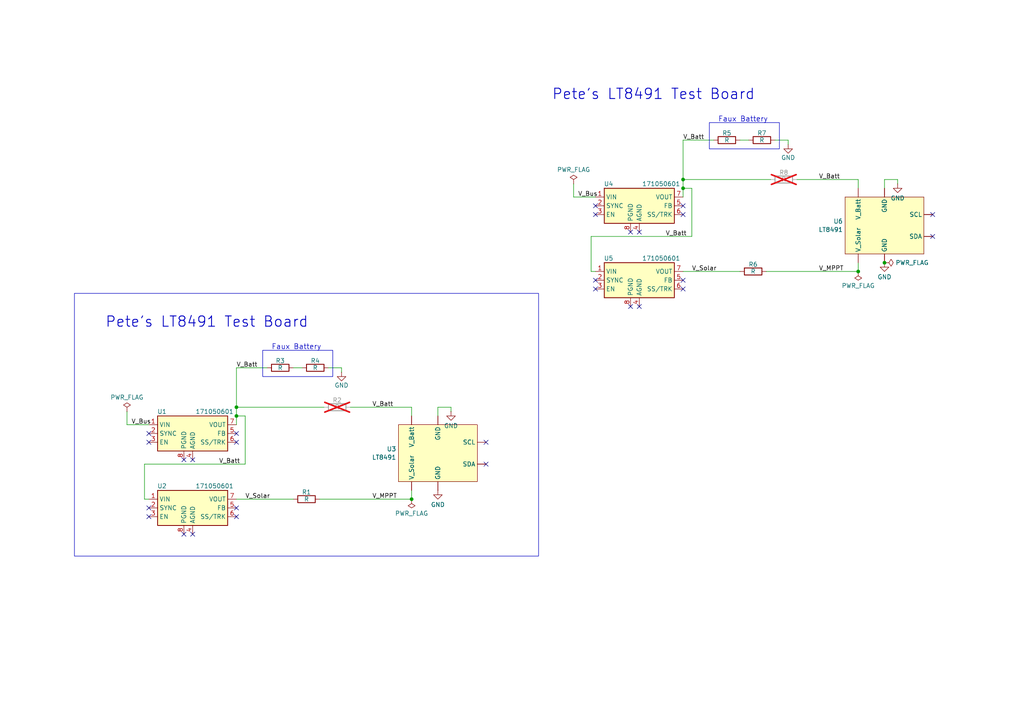
<source format=kicad_sch>
(kicad_sch (version 20231120) (generator "eeschema") (generator_version "8.0")
  (paper "A4")
  (lib_symbols
    (symbol "Device:R" (pin_numbers hide) (pin_names (offset 0))
      (property "Reference" "R" (at 2.032 0 90))
      (property "Value" "R" (at 0 0 90))
      (symbol "R_0_1"
        (rectangle (start -1.016 -2.54) (end 1.016 2.54) (stroke (width 0.254)))
      )
      (symbol "R_1_1"
        (pin passive line (at 0 3.81 270) (length 1.27) (name "~") (number "1"))
        (pin passive line (at 0 -3.81 90) (length 1.27) (name "~") (number "2"))
      )
    )
    (symbol "Regulator_Switching:171050601"
      (property "Reference" "U" (at -8.89 6.35 0))
      (property "Value" "171050601" (at 6.35 6.35 0))
      (symbol "171050601_0_1"
        (rectangle (start -10.16 5.08) (end 10.16 -5.08) (stroke (width 0.254)) (fill (type background)))
      )
      (symbol "171050601_1_1"
        (pin power_in line (at -12.7 2.54 0) (length 2.54) (name "VIN") (number "1"))
        (pin input line (at -12.7 0 0) (length 2.54) (name "SYNC") (number "2"))
        (pin input line (at -12.7 -2.54 0) (length 2.54) (name "EN") (number "3"))
        (pin power_in line (at 0 -7.62 90) (length 2.54) (name "AGND") (number "4"))
        (pin input line (at 12.7 0 180) (length 2.54) (name "FB") (number "5"))
        (pin input line (at 12.7 -2.54 180) (length 2.54) (name "SS/TRK") (number "6"))
        (pin power_out line (at 12.7 2.54 180) (length 2.54) (name "VOUT") (number "7"))
        (pin power_in line (at -2.54 -7.62 90) (length 2.54) (name "PGND") (number "8"))
      )
    )
    (symbol "power:GND" (power) (pin_numbers hide) (pin_names (offset 0) hide)
      (property "Value" "GND" (at 0 -3.81 0))
      (symbol "GND_0_1"
        (polyline (pts (xy 0 0) (xy 0 -1.27) (xy 1.27 -1.27) (xy 0 -2.54) (xy -1.27 -1.27) (xy 0 -1.27)))
      )
      (symbol "GND_1_1"
        (pin power_in line (at 0 0 270) (length 0) (name "~") (number "1"))
      )
    )
    (symbol "power:PWR_FLAG" (power) (pin_numbers hide) (pin_names (offset 0) hide)
      (property "Value" "PWR_FLAG" (at 0 3.81 0))
      (symbol "PWR_FLAG_0_0"
        (pin power_out line (at 0 0 90) (length 0) (name "~") (number "1"))
      )
      (symbol "PWR_FLAG_0_1"
        (polyline (pts (xy 0 0) (xy 0 1.27) (xy -1.016 1.905) (xy 0 2.54) (xy 1.016 1.905) (xy 0 1.27)))
      )
    )
    (symbol "ssi_IC:LT8491_solar_charger_test_socket"
      (property "Reference" "U" (at -11.43 10.16 0))
      (property "Value" "LT8491" (at 0 0 0))
      (symbol "LT8491_solar_charger_test_socket_1_1"
        (rectangle (start -13.97 8.89) (end 8.89 -7.62) (fill (type background)))
        (pin passive line (at -2.54 -10.16 90) (length 2.54) (name "GND") (number ""))
        (pin passive line (at -2.54 11.43 270) (length 2.54) (name "GND") (number ""))
        (pin passive line (at 11.43 3.81 180) (length 2.54) (name "SCL") (number ""))
        (pin passive line (at 11.43 -2.54 180) (length 2.54) (name "SDA") (number ""))
        (pin passive line (at -10.16 11.43 270) (length 2.54) (name "V_Batt") (number ""))
        (pin power_in line (at -10.16 -10.16 90) (length 2.54) (name "V_Solar") (number ""))
      )
    )
  )
  (junction (at 68.58 118.11))
  (junction (at 119.38 144.78))
  (junction (at 256.54 76.2))
  (junction (at 198.12 52.07))
  (junction (at 198.12 54.61))
  (junction (at 68.58 120.65))
  (junction (at 248.92 78.74))
  (no_connect (at 55.88 154.94))
  (no_connect (at 270.51 68.58))
  (no_connect (at 55.88 133.35))
  (no_connect (at 185.42 88.9))
  (no_connect (at 43.18 125.73))
  (no_connect (at 53.34 154.94))
  (no_connect (at 198.12 62.23))
  (no_connect (at 43.18 147.32))
  (no_connect (at 172.72 62.23))
  (no_connect (at 172.72 81.28))
  (no_connect (at 53.34 133.35))
  (no_connect (at 172.72 59.69))
  (no_connect (at 68.58 149.86))
  (no_connect (at 198.12 83.82))
  (no_connect (at 182.88 88.9))
  (no_connect (at 68.58 147.32))
  (no_connect (at 185.42 67.31))
  (no_connect (at 68.58 128.27))
  (no_connect (at 68.58 125.73))
  (no_connect (at 140.97 128.27))
  (no_connect (at 172.72 83.82))
  (no_connect (at 182.88 67.31))
  (no_connect (at 198.12 81.28))
  (no_connect (at 198.12 59.69))
  (no_connect (at 270.51 62.23))
  (no_connect (at 43.18 128.27))
  (no_connect (at 43.18 149.86))
  (no_connect (at 140.97 134.62))
  (wire (pts (xy 85.09 106.68) (xy 87.63 106.68)))
  (wire (pts (xy 198.12 54.61) (xy 200.66 54.61)))
  (wire (pts (xy 198.12 57.15) (xy 198.12 54.61)))
  (wire (pts (xy 214.63 40.64) (xy 217.17 40.64)))
  (wire (pts (xy 198.12 78.74) (xy 214.63 78.74)))
  (wire (pts (xy 68.58 144.78) (xy 85.09 144.78)))
  (wire (pts (xy 127 120.65) (xy 127 118.11)))
  (wire (pts (xy 101.6 118.11) (xy 119.38 118.11)))
  (wire (pts (xy 166.37 57.15) (xy 172.72 57.15)))
  (wire (pts (xy 200.66 68.58) (xy 171.45 68.58)))
  (wire (pts (xy 198.12 52.07) (xy 198.12 54.61)))
  (wire (pts (xy 166.37 57.15) (xy 166.37 53.34)))
  (wire (pts (xy 260.35 52.07) (xy 260.35 53.34)))
  (wire (pts (xy 41.91 144.78) (xy 43.18 144.78)))
  (wire (pts (xy 256.54 52.07) (xy 260.35 52.07)))
  (wire (pts (xy 68.58 106.68) (xy 68.58 118.11)))
  (wire (pts (xy 248.92 76.2) (xy 248.92 78.74)))
  (wire (pts (xy 171.45 68.58) (xy 171.45 78.74)))
  (wire (pts (xy 41.91 134.62) (xy 41.91 144.78)))
  (wire (pts (xy 71.12 134.62) (xy 41.91 134.62)))
  (wire (pts (xy 198.12 40.64) (xy 198.12 52.07)))
  (wire (pts (xy 224.79 40.64) (xy 228.6 40.64)))
  (wire (pts (xy 130.81 118.11) (xy 130.81 119.38)))
  (wire (pts (xy 99.06 106.68) (xy 99.06 107.95)))
  (wire (pts (xy 119.38 120.65) (xy 119.38 118.11)))
  (wire (pts (xy 256.54 54.61) (xy 256.54 52.07)))
  (wire (pts (xy 95.25 106.68) (xy 99.06 106.68)))
  (wire (pts (xy 68.58 118.11) (xy 93.98 118.11)))
  (wire (pts (xy 68.58 123.19) (xy 68.58 120.65)))
  (wire (pts (xy 68.58 120.65) (xy 71.12 120.65)))
  (wire (pts (xy 198.12 52.07) (xy 223.52 52.07)))
  (wire (pts (xy 36.83 123.19) (xy 43.18 123.19)))
  (wire (pts (xy 198.12 40.64) (xy 207.01 40.64)))
  (wire (pts (xy 68.58 106.68) (xy 77.47 106.68)))
  (wire (pts (xy 228.6 40.64) (xy 228.6 41.91)))
  (wire (pts (xy 248.92 54.61) (xy 248.92 52.07)))
  (wire (pts (xy 200.66 54.61) (xy 200.66 68.58)))
  (wire (pts (xy 231.14 52.07) (xy 248.92 52.07)))
  (wire (pts (xy 127 118.11) (xy 130.81 118.11)))
  (wire (pts (xy 68.58 118.11) (xy 68.58 120.65)))
  (wire (pts (xy 92.71 144.78) (xy 119.38 144.78)))
  (wire (pts (xy 36.83 123.19) (xy 36.83 119.38)))
  (wire (pts (xy 119.38 142.24) (xy 119.38 144.78)))
  (wire (pts (xy 222.25 78.74) (xy 248.92 78.74)))
  (wire (pts (xy 171.45 78.74) (xy 172.72 78.74)))
  (wire (pts (xy 71.12 120.65) (xy 71.12 134.62)))
  (rectangle (start 76.2 101.6) (end 96.52 109.22))
  (rectangle (start 205.74 35.56) (end 226.06 43.18))
  (rectangle (start 21.59 85.09) (end 156.21 161.29))
  (text "Faux Battery" (at 78.74 101.6 0) (effects (font (size 1.5 1.5)) (justify left bottom)))
  (text "V_Bus\n" (at 38.1 123.19 0) (effects (font (size 1.27 1.27)) (justify left bottom)))
  (text "V_Batt\n" (at 68.58 106.68 0) (effects (font (size 1.27 1.27)) (justify left bottom)))
  (text "Faux Battery" (at 208.28 35.56 0) (effects (font (size 1.5 1.5)) (justify left bottom)))
  (text "V_Batt\n" (at 237.49 52.07 0) (effects (font (size 1.27 1.27)) (justify left bottom)))
  (text "Pete's LT8491 Test Board" (at 30.48 95.25 0) (effects (font (size 3 3) (thickness 0.254) (bold yes)) (justify left bottom)))
  (text "V_Batt\n" (at 198.12 40.64 0) (effects (font (size 1.27 1.27)) (justify left bottom)))
  (text "V_MPPT" (at 237.49 78.74 0) (effects (font (size 1.27 1.27)) (justify left bottom)))
  (text "V_Batt\n" (at 193.04 68.58 0) (effects (font (size 1.27 1.27)) (justify left bottom)))
  (text "V_Solar" (at 200.66 78.74 0) (effects (font (size 1.27 1.27)) (justify left bottom)))
  (text "V_Batt\n" (at 107.95 118.11 0) (effects (font (size 1.27 1.27)) (justify left bottom)))
  (text "V_MPPT" (at 107.95 144.78 0) (effects (font (size 1.27 1.27)) (justify left bottom)))
  (text "V_Solar" (at 71.12 144.78 0) (effects (font (size 1.27 1.27)) (justify left bottom)))
  (text "V_Batt\n" (at 63.5 134.62 0) (effects (font (size 1.27 1.27)) (justify left bottom)))
  (text "V_Bus\n" (at 167.64 57.15 0) (effects (font (size 1.27 1.27)) (justify left bottom)))
  (text "Pete's LT8491 Test Board" (at 160.02 29.21 0) (effects (font (size 3 3) (thickness 0.254) (bold yes)) (justify left bottom)))
  (symbol (lib_id "power:GND") (at 260.35 53.34 0) (unit 1)
    (property "Reference" "#PWR06" (effects (hide yes)))
    (property "Value" "GND" (at 260.35 57.4731 0))
    (property "Description" "Power symbol creates a global label with name \"GND\" , ground" (effects (hide yes)))
  )
  (symbol (lib_id "power:PWR_FLAG") (at 166.37 53.34 0) (unit 1)
    (property "Reference" "#FLG02" (effects (hide yes)))
    (property "Value" "PWR_FLAG" (at 166.37 49.2069 0))
    (property "Description" "Special symbol for telling ERC where power comes from" (effects (hide yes)))
  )
  (symbol (lib_id "power:GND") (at 228.6 41.91 0) (unit 1)
    (property "Reference" "#PWR04" (effects (hide yes)))
    (property "Value" "GND" (at 228.6 45.72 0))
    (property "Description" "Power symbol creates a global label with name \"GND\" , ground" (effects (hide yes)))
  )
  (symbol (lib_id "power:GND") (at 256.54 76.2 0) (unit 1)
    (property "Reference" "#PWR05" (effects (hide yes)))
    (property "Value" "GND" (at 256.54 80.3331 0))
    (property "Description" "Power symbol creates a global label with name \"GND\" , ground" (effects (hide yes)))
  )
  (symbol (lib_name "ssi_IC:LT8491_solar_charger_test_socket") (lib_id "ssi_IC:LT8491_solar_charger_test_socket") (at 259.08 66.04 0) (unit 1)
    (property "Reference" "U6" (at 244.4751 64.1928 0) (effects (justify right)))
    (property "Value" "LT8491" (at 244.4751 66.6171 0) (effects (justify right)))
  )
  (symbol (lib_id "Regulator_Switching:171050601") (at 55.88 125.73 0) (unit 1)
    (property "Reference" "U1" (at 46.99 119.38 0))
    (property "Value" "171050601" (at 62.23 119.38 0))
    (property "Footprint" "Package_TO_SOT_SMD:TO-263-7_TabPin8" (effects (hide yes)))
    (property "Datasheet" "https://katalog.we-online.de/pm/datasheet/171050601.pdf" (effects (hide yes)))
    (property "Description" "MagI3C Power Module, Variable Step Down Regulator Module, 6 to 36V Input Voltage, 0.8 to 6V, 5A Output, TO-263" (effects (hide yes)))
  )
  (symbol (lib_id "Regulator_Switching:171050601") (at 185.42 59.69 0) (unit 1)
    (property "Reference" "U4" (at 176.53 53.34 0))
    (property "Value" "171050601" (at 191.77 53.34 0))
    (property "Footprint" "Package_TO_SOT_SMD:TO-263-7_TabPin8" (effects (hide yes)))
    (property "Datasheet" "https://katalog.we-online.de/pm/datasheet/171050601.pdf" (effects (hide yes)))
    (property "Description" "MagI3C Power Module, Variable Step Down Regulator Module, 6 to 36V Input Voltage, 0.8 to 6V, 5A Output, TO-263" (effects (hide yes)))
  )
  (symbol (lib_id "power:PWR_FLAG") (at 248.92 78.74 180) (unit 1)
    (property "Reference" "#FLG03" (effects (hide yes)))
    (property "Value" "PWR_FLAG" (at 248.92 82.8731 0))
    (property "Description" "Special symbol for telling ERC where power comes from" (effects (hide yes)))
  )
  (symbol (lib_id "power:GND") (at 130.81 119.38 0) (unit 1)
    (property "Reference" "#PWR02" (effects (hide yes)))
    (property "Value" "GND" (at 130.81 123.5131 0))
    (property "Description" "Power symbol creates a global label with name \"GND\" , ground" (effects (hide yes)))
  )
  (symbol (lib_id "Device:R") (at 97.79 118.11 90) (unit 1) (dnp yes)
    (property "Reference" "R2" (at 97.79 116.078 90))
    (property "Value" "R" (at 97.79 118.11 90))
    (property "Description" "Resistor" (effects (hide yes)))
  )
  (symbol (lib_id "Device:R") (at 227.33 52.07 90) (unit 1) (dnp yes)
    (property "Reference" "R8" (at 227.33 50.038 90))
    (property "Value" "R" (at 227.33 52.07 90))
    (property "Description" "Resistor" (effects (hide yes)))
  )
  (symbol (lib_id "Device:R") (at 210.82 40.64 90) (unit 1)
    (property "Reference" "R5" (at 210.82 38.608 90))
    (property "Value" "R" (at 210.82 40.64 90))
    (property "Description" "Resistor" (effects (hide yes)))
  )
  (symbol (lib_id "Device:R") (at 88.9 144.78 90) (unit 1)
    (property "Reference" "R1" (at 88.9 142.748 90))
    (property "Value" "R" (at 88.9 144.78 90))
    (property "Description" "Resistor" (effects (hide yes)))
  )
  (symbol (lib_id "power:PWR_FLAG") (at 256.54 76.2 270) (unit 1)
    (property "Reference" "#FLG04" (effects (hide yes)))
    (property "Value" "PWR_FLAG" (at 259.715 76.2 90) (effects (justify left)))
    (property "Description" "Special symbol for telling ERC where power comes from" (effects (hide yes)))
  )
  (symbol (lib_id "power:PWR_FLAG") (at 36.83 119.38 0) (unit 1)
    (property "Reference" "#FLG01" (effects (hide yes)))
    (property "Value" "PWR_FLAG" (at 36.83 115.2469 0))
    (property "Description" "Special symbol for telling ERC where power comes from" (effects (hide yes)))
  )
  (symbol (lib_name "ssi_IC:LT8491_solar_charger_test_socket") (lib_id "ssi_IC:LT8491_solar_charger_test_socket") (at 129.54 132.08 0) (unit 1)
    (property "Reference" "U3" (at 114.9351 130.2328 0) (effects (justify right)))
    (property "Value" "LT8491" (at 114.9351 132.6571 0) (effects (justify right)))
  )
  (symbol (lib_id "power:GND") (at 127 142.24 0) (unit 1)
    (property "Reference" "#PWR03" (effects (hide yes)))
    (property "Value" "GND" (at 127 146.3731 0))
    (property "Description" "Power symbol creates a global label with name \"GND\" , ground" (effects (hide yes)))
  )
  (symbol (lib_id "Device:R") (at 91.44 106.68 90) (unit 1)
    (property "Reference" "R4" (at 91.44 104.648 90))
    (property "Value" "R" (at 91.44 106.68 90))
    (property "Description" "Resistor" (effects (hide yes)))
  )
  (symbol (lib_id "power:GND") (at 99.06 107.95 0) (unit 1)
    (property "Reference" "#PWR01" (effects (hide yes)))
    (property "Value" "GND" (at 99.06 111.76 0))
    (property "Description" "Power symbol creates a global label with name \"GND\" , ground" (effects (hide yes)))
  )
  (symbol (lib_id "Regulator_Switching:171050601") (at 55.88 147.32 0) (unit 1)
    (property "Reference" "U2" (at 46.99 140.97 0))
    (property "Value" "171050601" (at 62.23 140.97 0))
    (property "Footprint" "Package_TO_SOT_SMD:TO-263-7_TabPin8" (effects (hide yes)))
    (property "Datasheet" "https://katalog.we-online.de/pm/datasheet/171050601.pdf" (effects (hide yes)))
    (property "Description" "MagI3C Power Module, Variable Step Down Regulator Module, 6 to 36V Input Voltage, 0.8 to 6V, 5A Output, TO-263" (effects (hide yes)))
  )
  (symbol (lib_id "Regulator_Switching:171050601") (at 185.42 81.28 0) (unit 1)
    (property "Reference" "U5" (at 176.53 74.93 0))
    (property "Value" "171050601" (at 191.77 74.93 0))
    (property "Footprint" "Package_TO_SOT_SMD:TO-263-7_TabPin8" (effects (hide yes)))
    (property "Datasheet" "https://katalog.we-online.de/pm/datasheet/171050601.pdf" (effects (hide yes)))
    (property "Description" "MagI3C Power Module, Variable Step Down Regulator Module, 6 to 36V Input Voltage, 0.8 to 6V, 5A Output, TO-263" (effects (hide yes)))
  )
  (symbol (lib_id "Device:R") (at 81.28 106.68 90) (unit 1)
    (property "Reference" "R3" (at 81.28 104.648 90))
    (property "Value" "R" (at 81.28 106.68 90))
    (property "Description" "Resistor" (effects (hide yes)))
  )
  (symbol (lib_id "power:PWR_FLAG") (at 119.38 144.78 180) (unit 1)
    (property "Reference" "#FLG05" (effects (hide yes)))
    (property "Value" "PWR_FLAG" (at 119.38 148.9131 0))
    (property "Description" "Special symbol for telling ERC where power comes from" (effects (hide yes)))
  )
  (symbol (lib_id "Device:R") (at 218.44 78.74 90) (unit 1)
    (property "Reference" "R6" (at 218.44 76.708 90))
    (property "Value" "R" (at 218.44 78.74 90))
    (property "Description" "Resistor" (effects (hide yes)))
  )
  (symbol (lib_id "Device:R") (at 220.98 40.64 90) (unit 1)
    (property "Reference" "R7" (at 220.98 38.608 90))
    (property "Value" "R" (at 220.98 40.64 90))
    (property "Description" "Resistor" (effects (hide yes)))
  )
)
</source>
